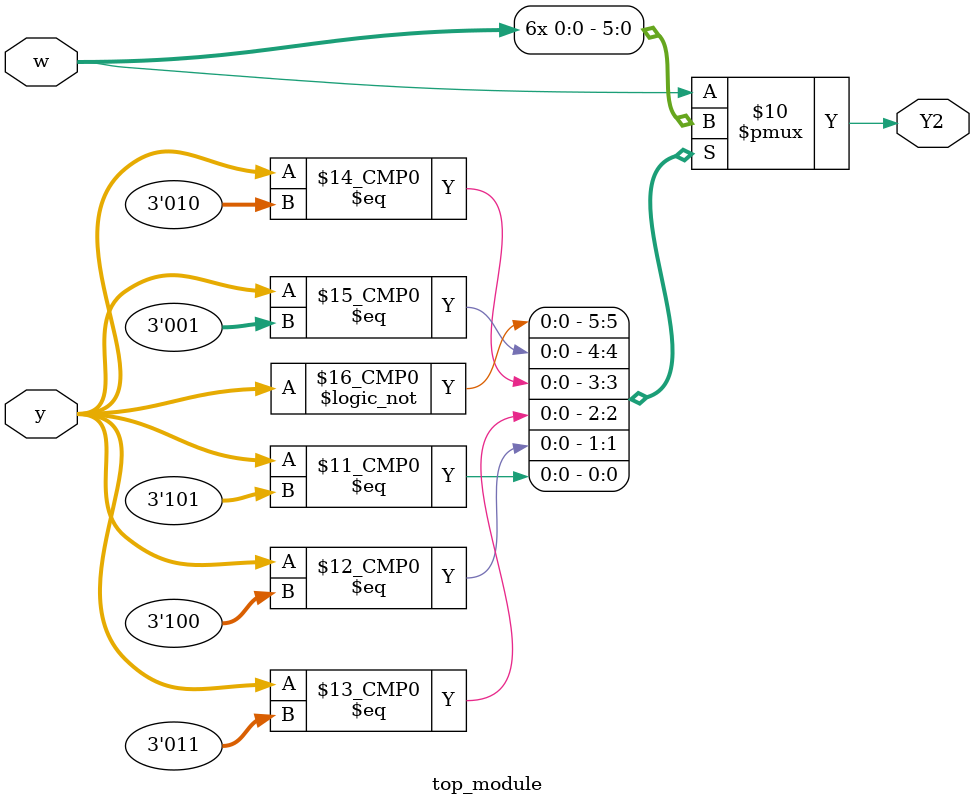
<source format=sv>
module top_module(
	input [3:1] y,
	input w,
	output reg Y2);

	always @(*) begin
		case (y)
			3'b000: Y2 = (w & 1'b1); // A -> B
			3'b001: Y2 = (w & 1'b1); // B -> C
			3'b010: Y2 = (w & 1'b1); // C -> E
			3'b011: Y2 = (w & 1'b1); // D -> F
			3'b100: Y2 = (w & 1'b1); // E -> E
			3'b101: Y2 = (w & 1'b1); // F -> C
			default: Y2 = (w & 1'b1); // Default
		endcase
	end

endmodule

</source>
